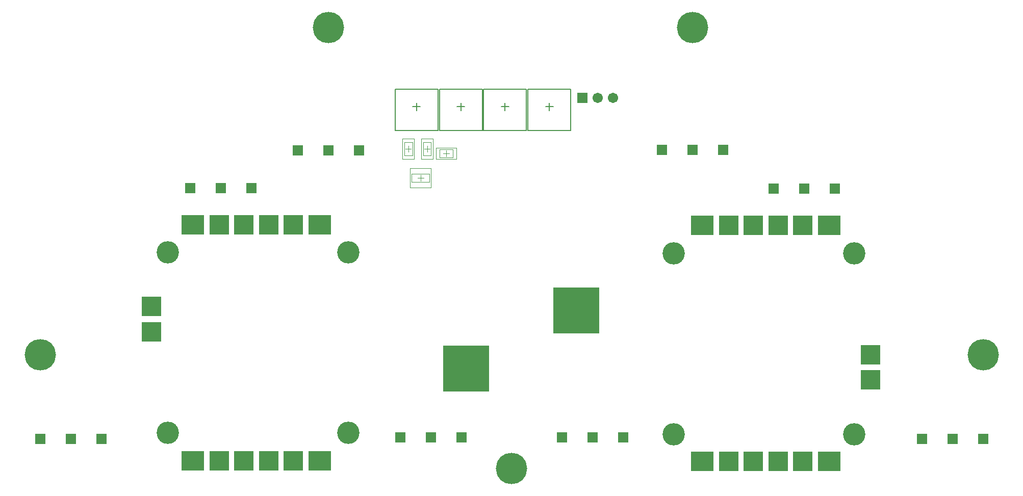
<source format=gbs>
G04*
G04 #@! TF.GenerationSoftware,Altium Limited,Altium Designer,18.1.9 (240)*
G04*
G04 Layer_Color=16711935*
%FSLAX43Y43*%
%MOMM*%
G71*
G01*
G75*
%ADD11C,0.200*%
%ADD18C,0.100*%
%ADD19C,0.050*%
%ADD30R,7.703X7.703*%
%ADD31R,1.703X1.703*%
%ADD32C,1.703*%
%ADD33R,1.727X1.727*%
%ADD34C,3.711*%
%ADD35R,3.203X3.203*%
%ADD36R,3.703X3.303*%
%ADD37R,3.303X3.303*%
%ADD38C,5.203*%
D11*
X100828Y142264D02*
Y149122D01*
X107940D01*
Y142264D02*
Y149122D01*
X100828Y142264D02*
X107940D01*
X103749Y146201D02*
X105019D01*
X104384Y145566D02*
Y146836D01*
X93462Y142264D02*
Y149122D01*
X100574D01*
Y142264D02*
Y149122D01*
X93462Y142264D02*
X100574D01*
X96383Y146201D02*
X97653D01*
X97018Y145566D02*
Y146836D01*
X86116Y142264D02*
Y149122D01*
X93228D01*
Y142264D02*
Y149122D01*
X86116Y142264D02*
X93228D01*
X89037Y146201D02*
X90307D01*
X89672Y145566D02*
Y146836D01*
X78750Y142264D02*
Y149122D01*
X85862D01*
Y142264D02*
Y149122D01*
X78750Y142264D02*
X85862D01*
X81671Y146201D02*
X82941D01*
X82306Y145566D02*
Y146836D01*
D18*
X81492Y135070D02*
X84492D01*
X81492Y133670D02*
X84492D01*
Y135070D01*
X81492Y133670D02*
Y135070D01*
X80269Y140292D02*
X81619D01*
X80269Y138092D02*
X81619D01*
Y140292D01*
X80269Y138092D02*
Y140292D01*
X83399Y140292D02*
X84749D01*
X83399Y138092D02*
X84749D01*
Y140292D01*
X83399Y138092D02*
Y140292D01*
X86149Y137755D02*
Y139105D01*
X88349Y137755D02*
Y139105D01*
X86149D02*
X88349D01*
X86149Y137755D02*
X88349D01*
X82992Y133870D02*
Y134870D01*
X82492Y134370D02*
X83492D01*
X80944Y138692D02*
Y139692D01*
X80444Y139192D02*
X81444D01*
X84074Y138692D02*
Y139692D01*
X83574Y139192D02*
X84574D01*
X86749Y138430D02*
X87749D01*
X87249Y137930D02*
Y138930D01*
D19*
X81242Y135970D02*
X84742D01*
X81242Y132770D02*
X84742D01*
Y135970D01*
X81242Y132770D02*
Y135970D01*
X79994Y140892D02*
X81894D01*
X79994Y137492D02*
X81894D01*
Y140892D01*
X79994Y137492D02*
Y140892D01*
X83124Y140892D02*
X85024D01*
X83124Y137492D02*
X85024D01*
Y140892D01*
X83124Y137492D02*
Y140892D01*
X85549Y137480D02*
Y139380D01*
X88949Y137480D02*
Y139380D01*
X85549D02*
X88949D01*
X85549Y137480D02*
X88949D01*
D30*
X90551Y102743D02*
D03*
X108839Y112395D02*
D03*
D31*
X109855Y147701D02*
D03*
D32*
X112395D02*
D03*
X114935D02*
D03*
D33*
X123063Y139065D02*
D03*
X128143D02*
D03*
X133223D02*
D03*
X62611Y138938D02*
D03*
X67691D02*
D03*
X72771D02*
D03*
X176403Y91059D02*
D03*
X171323D02*
D03*
X166243D02*
D03*
X19812D02*
D03*
X24892D02*
D03*
X29972D02*
D03*
X79629Y91313D02*
D03*
X84709D02*
D03*
X89789D02*
D03*
X106426D02*
D03*
X111506D02*
D03*
X116586D02*
D03*
X54864Y132715D02*
D03*
X49784D02*
D03*
X44704D02*
D03*
X151765Y132588D02*
D03*
X146685D02*
D03*
X141605D02*
D03*
D34*
X155000Y91821D02*
D03*
Y121821D02*
D03*
X125000Y91821D02*
D03*
Y121821D02*
D03*
X41000Y122000D02*
D03*
Y92000D02*
D03*
X71000Y122000D02*
D03*
Y92000D02*
D03*
D35*
X157700Y100821D02*
D03*
Y105021D02*
D03*
X38300Y113000D02*
D03*
Y108800D02*
D03*
D36*
X150850Y87271D02*
D03*
X129750D02*
D03*
X150850Y126471D02*
D03*
X129750D02*
D03*
X45150Y126550D02*
D03*
X66250D02*
D03*
X45150Y87350D02*
D03*
X66250D02*
D03*
D37*
X146450Y87271D02*
D03*
X138250D02*
D03*
X142350D02*
D03*
X134150D02*
D03*
X146450Y126471D02*
D03*
X142350D02*
D03*
X134150D02*
D03*
X138250D02*
D03*
X49550Y126550D02*
D03*
X57750D02*
D03*
X53650D02*
D03*
X61850D02*
D03*
X49550Y87350D02*
D03*
X53650D02*
D03*
X61850D02*
D03*
X57750D02*
D03*
D38*
X19812Y105021D02*
D03*
X67691Y159385D02*
D03*
X176403Y105021D02*
D03*
X98044Y86106D02*
D03*
X128143Y159385D02*
D03*
M02*

</source>
